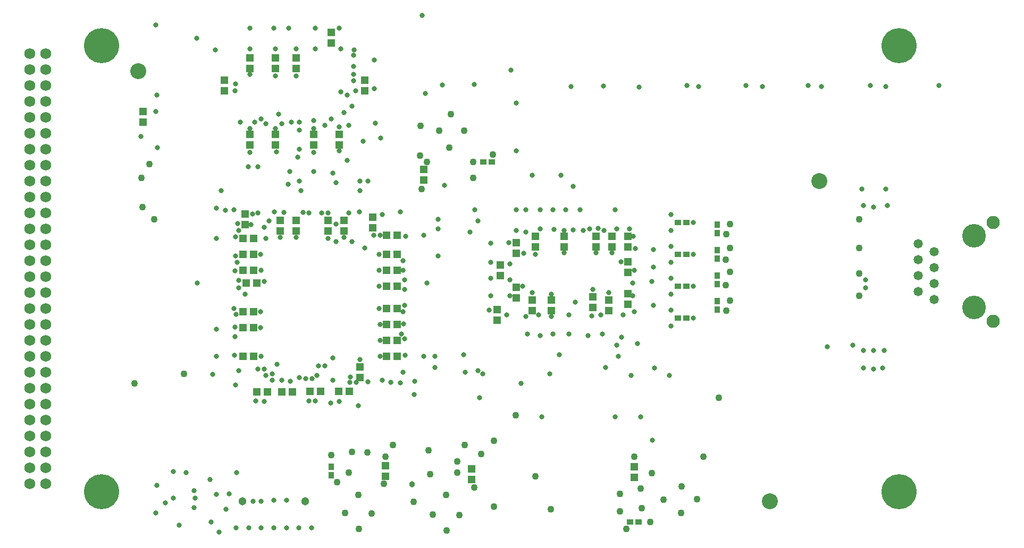
<source format=gbs>
%FSLAX24Y24*%
%MOIN*%
G70*
G01*
G75*
G04 Layer_Color=16711935*
G04 Layer_Color=16711935*
%ADD10R,0.0394X0.0433*%
%ADD11R,0.0433X0.0394*%
%ADD12R,0.1024X0.0945*%
%ADD13R,0.0945X0.1024*%
%ADD14C,0.0400*%
%ADD15R,0.0728X0.0118*%
%ADD16R,0.0709X0.0157*%
%ADD17R,0.0827X0.1614*%
%ADD18R,0.0787X0.0551*%
%ADD19O,0.0700X0.0300*%
%ADD20R,0.0700X0.0300*%
%ADD21R,0.0122X0.0709*%
%ADD22R,0.0709X0.0122*%
%ADD23O,0.0122X0.0709*%
%ADD24R,0.0157X0.0709*%
%ADD25R,0.0709X0.0157*%
%ADD26R,0.0118X0.0728*%
%ADD27R,0.0728X0.0118*%
%ADD28R,0.0630X0.0512*%
%ADD29R,0.0630X0.0709*%
%ADD30R,0.0709X0.0630*%
%ADD31R,0.1000X0.1400*%
%ADD32R,0.0300X0.0600*%
%ADD33R,0.1400X0.1000*%
%ADD34R,0.0600X0.0300*%
%ADD35R,0.0276X0.0354*%
%ADD36R,0.0354X0.0276*%
%ADD37R,0.0394X0.1083*%
%ADD38C,0.0100*%
%ADD39C,0.0200*%
%ADD40C,0.0080*%
%ADD41C,0.0160*%
%ADD42C,0.0120*%
%ADD43C,0.0600*%
%ADD44C,0.1400*%
%ADD45C,0.0750*%
%ADD46C,0.0500*%
%ADD47C,0.1600*%
%ADD48C,0.0433*%
%ADD49C,0.0350*%
%ADD50C,0.0250*%
%ADD51C,0.0300*%
%ADD52C,0.0098*%
%ADD53C,0.0079*%
%ADD54C,0.0070*%
%ADD55C,0.0140*%
%ADD56R,0.0200X0.0700*%
%ADD57R,0.0200X0.0200*%
%ADD58R,0.0500X0.0200*%
%ADD59R,0.0200X0.1000*%
%ADD60R,0.0200X0.0500*%
%ADD61R,0.1575X0.0098*%
%ADD62R,0.0474X0.0513*%
%ADD63R,0.0513X0.0474*%
%ADD64R,0.1104X0.1025*%
%ADD65R,0.1025X0.1104*%
%ADD66C,0.1000*%
%ADD67R,0.0808X0.0198*%
%ADD68R,0.0789X0.0237*%
%ADD69R,0.0907X0.1694*%
%ADD70R,0.0867X0.0631*%
%ADD71O,0.0780X0.0380*%
%ADD72R,0.0780X0.0380*%
%ADD73R,0.0202X0.0789*%
%ADD74R,0.0789X0.0202*%
%ADD75O,0.0202X0.0789*%
%ADD76R,0.0237X0.0789*%
%ADD77R,0.0789X0.0237*%
%ADD78R,0.0198X0.0808*%
%ADD79R,0.0808X0.0198*%
%ADD80R,0.0710X0.0592*%
%ADD81R,0.0710X0.0789*%
%ADD82R,0.0789X0.0710*%
%ADD83R,0.1080X0.1480*%
%ADD84R,0.0380X0.0680*%
%ADD85R,0.1480X0.1080*%
%ADD86R,0.0680X0.0380*%
%ADD87R,0.0356X0.0434*%
%ADD88R,0.0434X0.0356*%
%ADD89R,0.0474X0.1163*%
%ADD90C,0.0680*%
%ADD91C,0.1480*%
%ADD92C,0.0830*%
%ADD93C,0.0580*%
%ADD94C,0.2200*%
%ADD95C,0.0513*%
%ADD96C,0.0430*%
%ADD97C,0.0330*%
%ADD98C,0.0380*%
D62*
X49000Y49135D02*
D03*
Y48465D02*
D03*
X51200Y44865D02*
D03*
Y45535D02*
D03*
X53800Y45065D02*
D03*
Y45735D02*
D03*
X55000Y49535D02*
D03*
Y48865D02*
D03*
X49000Y45665D02*
D03*
Y46335D02*
D03*
X54000Y49535D02*
D03*
Y48865D02*
D03*
X50200Y49535D02*
D03*
Y48865D02*
D03*
X48000Y47735D02*
D03*
Y47065D02*
D03*
X47800Y44935D02*
D03*
Y44265D02*
D03*
X50000Y44865D02*
D03*
Y45535D02*
D03*
X52000Y49535D02*
D03*
Y48865D02*
D03*
X54800Y44865D02*
D03*
Y45535D02*
D03*
X56000Y45265D02*
D03*
Y45935D02*
D03*
Y47265D02*
D03*
Y47935D02*
D03*
Y48865D02*
D03*
Y49535D02*
D03*
X34200Y49865D02*
D03*
Y50535D02*
D03*
X38200Y49865D02*
D03*
Y50535D02*
D03*
X39200Y41335D02*
D03*
Y40665D02*
D03*
X35200Y49865D02*
D03*
Y50535D02*
D03*
X37200Y49865D02*
D03*
Y50535D02*
D03*
X32000Y50265D02*
D03*
Y50935D02*
D03*
X40000Y50065D02*
D03*
Y50735D02*
D03*
X43200Y53065D02*
D03*
Y53735D02*
D03*
X40800Y35135D02*
D03*
Y34465D02*
D03*
X32300Y60065D02*
D03*
Y60735D02*
D03*
X33900Y60065D02*
D03*
Y60735D02*
D03*
X35200Y60065D02*
D03*
Y60735D02*
D03*
X37400Y62335D02*
D03*
Y61665D02*
D03*
X30700Y59335D02*
D03*
Y58665D02*
D03*
X39500Y59335D02*
D03*
Y58665D02*
D03*
X32300Y55935D02*
D03*
Y55265D02*
D03*
X33900Y55935D02*
D03*
Y55265D02*
D03*
X36300Y55935D02*
D03*
Y55265D02*
D03*
X37900Y55265D02*
D03*
Y55935D02*
D03*
X56400Y34383D02*
D03*
Y35052D02*
D03*
X46200Y34935D02*
D03*
Y34265D02*
D03*
X25600Y57352D02*
D03*
Y56683D02*
D03*
D63*
X32535Y48400D02*
D03*
X31865D02*
D03*
X40865D02*
D03*
X41535D02*
D03*
X40865Y44000D02*
D03*
X41535D02*
D03*
X40865Y47400D02*
D03*
X41535D02*
D03*
X32535Y49400D02*
D03*
X31865D02*
D03*
X32735Y46600D02*
D03*
X32065D02*
D03*
X32535Y44800D02*
D03*
X31865D02*
D03*
X36735Y39800D02*
D03*
X36065D02*
D03*
X38535D02*
D03*
X37865D02*
D03*
X40865Y42000D02*
D03*
X41535D02*
D03*
X40865Y43000D02*
D03*
X41535D02*
D03*
X32535Y47400D02*
D03*
X31865D02*
D03*
X32535Y43800D02*
D03*
X31865D02*
D03*
X40865Y49600D02*
D03*
X41535D02*
D03*
X33393Y39765D02*
D03*
X32724D02*
D03*
X40865Y46400D02*
D03*
X41535D02*
D03*
X34298Y39765D02*
D03*
X34968D02*
D03*
X41535Y45000D02*
D03*
X40865D02*
D03*
X31865Y42000D02*
D03*
X32535D02*
D03*
D66*
X64900Y32900D02*
D03*
X25300Y59900D02*
D03*
X68000Y53000D02*
D03*
D87*
X61600Y50256D02*
D03*
Y49744D02*
D03*
Y48656D02*
D03*
Y48144D02*
D03*
Y47056D02*
D03*
Y46544D02*
D03*
Y45456D02*
D03*
Y44944D02*
D03*
X37400Y34544D02*
D03*
Y35056D02*
D03*
D88*
X59656Y50400D02*
D03*
X59144D02*
D03*
X59656Y44400D02*
D03*
X59144D02*
D03*
X59656Y46400D02*
D03*
X59144D02*
D03*
X59656Y48400D02*
D03*
X59144D02*
D03*
X46944Y54200D02*
D03*
X47456D02*
D03*
X56656Y31600D02*
D03*
X56144D02*
D03*
D90*
X19500Y34000D02*
D03*
X18500Y35000D02*
D03*
Y36000D02*
D03*
Y37000D02*
D03*
Y38000D02*
D03*
Y39000D02*
D03*
Y40000D02*
D03*
Y41000D02*
D03*
Y42000D02*
D03*
Y43000D02*
D03*
Y44000D02*
D03*
Y45000D02*
D03*
Y46000D02*
D03*
Y47000D02*
D03*
Y48000D02*
D03*
Y49000D02*
D03*
Y50000D02*
D03*
Y51000D02*
D03*
Y52000D02*
D03*
Y53000D02*
D03*
Y54000D02*
D03*
Y55000D02*
D03*
Y56000D02*
D03*
Y57000D02*
D03*
Y58000D02*
D03*
Y59000D02*
D03*
Y60000D02*
D03*
Y34000D02*
D03*
X19500Y35000D02*
D03*
Y36000D02*
D03*
Y37000D02*
D03*
Y38000D02*
D03*
Y39000D02*
D03*
Y40000D02*
D03*
Y41000D02*
D03*
Y42000D02*
D03*
Y43000D02*
D03*
Y44000D02*
D03*
Y45000D02*
D03*
Y46000D02*
D03*
Y47000D02*
D03*
Y48000D02*
D03*
Y49000D02*
D03*
Y50000D02*
D03*
Y51000D02*
D03*
Y52000D02*
D03*
Y53000D02*
D03*
Y54000D02*
D03*
Y55000D02*
D03*
Y56000D02*
D03*
Y57000D02*
D03*
Y58000D02*
D03*
Y59000D02*
D03*
Y60000D02*
D03*
X18500Y61000D02*
D03*
X19500D02*
D03*
D91*
X77700Y49550D02*
D03*
Y45050D02*
D03*
D92*
X78900Y44210D02*
D03*
Y50390D02*
D03*
D93*
X75200Y45550D02*
D03*
X74200Y46050D02*
D03*
X75200Y46550D02*
D03*
X74200Y47050D02*
D03*
X75200Y47550D02*
D03*
X74200Y48050D02*
D03*
X75200Y48550D02*
D03*
X74200Y49050D02*
D03*
D94*
X73000Y61500D02*
D03*
Y33500D02*
D03*
X23000Y61500D02*
D03*
Y33500D02*
D03*
D95*
X35768Y32900D02*
D03*
X31832D02*
D03*
D96*
X28150Y40900D02*
D03*
X25050Y40300D02*
D03*
X26300Y50600D02*
D03*
X25550Y51350D02*
D03*
X25500Y53200D02*
D03*
X26000Y54050D02*
D03*
X70500Y48800D02*
D03*
Y47200D02*
D03*
Y45800D02*
D03*
Y50600D02*
D03*
X62400Y45500D02*
D03*
Y47300D02*
D03*
Y48800D02*
D03*
Y50300D02*
D03*
X62165Y49665D02*
D03*
X62135Y48065D02*
D03*
Y46465D02*
D03*
X62165Y44865D02*
D03*
X43400Y54200D02*
D03*
X43050Y52500D02*
D03*
X46300Y53200D02*
D03*
Y54200D02*
D03*
X47535Y54665D02*
D03*
X45732Y56168D02*
D03*
X44169D02*
D03*
X44800Y55100D02*
D03*
X44900Y57200D02*
D03*
X39100Y33300D02*
D03*
X40700Y34000D02*
D03*
X40800Y35700D02*
D03*
X39651Y35951D02*
D03*
X38500Y34700D02*
D03*
X37765Y34100D02*
D03*
X37400Y35800D02*
D03*
X38700Y36000D02*
D03*
X43600Y34600D02*
D03*
X44600Y33300D02*
D03*
X45300Y34700D02*
D03*
Y35400D02*
D03*
X43500Y36100D02*
D03*
X55511Y33351D02*
D03*
X56800Y33700D02*
D03*
X57500Y34660D02*
D03*
X56400Y35700D02*
D03*
X58240Y33000D02*
D03*
X56880Y32480D02*
D03*
X55489Y32249D02*
D03*
X55900Y31160D02*
D03*
X57400Y31600D02*
D03*
X39931Y32132D02*
D03*
X39132Y31168D02*
D03*
X38268Y32169D02*
D03*
X43769Y32069D02*
D03*
X44632Y31068D02*
D03*
X45431Y32032D02*
D03*
X59331Y32169D02*
D03*
X60332Y33031D02*
D03*
X59369Y33832D02*
D03*
X41260Y36440D02*
D03*
X42550Y32850D02*
D03*
X45773Y36423D02*
D03*
X47600Y36700D02*
D03*
X46810Y35860D02*
D03*
X47600Y32550D02*
D03*
X46350Y33750D02*
D03*
X51150Y32400D02*
D03*
X60741Y35709D02*
D03*
X61700Y39400D02*
D03*
X42950Y54600D02*
D03*
X43000Y56450D02*
D03*
X50200Y34450D02*
D03*
X48951Y38299D02*
D03*
D97*
X44494Y52744D02*
D03*
X54800Y46000D02*
D03*
X33500Y50500D02*
D03*
X44100Y48300D02*
D03*
X29000Y46600D02*
D03*
X33300Y49400D02*
D03*
X38800Y60900D02*
D03*
Y60200D02*
D03*
X30500Y52400D02*
D03*
X31400Y49500D02*
D03*
X33200Y50100D02*
D03*
X40175Y56625D02*
D03*
X40500Y55700D02*
D03*
X30200Y51300D02*
D03*
X38831Y61231D02*
D03*
X46600Y50500D02*
D03*
Y41100D02*
D03*
X42600Y39600D02*
D03*
X39100Y38900D02*
D03*
X49000Y54900D02*
D03*
X52700Y45400D02*
D03*
X49300Y40300D02*
D03*
X51700Y42100D02*
D03*
X51100Y40900D02*
D03*
X40600Y40500D02*
D03*
X70900Y46300D02*
D03*
X60100Y50400D02*
D03*
Y48400D02*
D03*
Y46400D02*
D03*
Y44400D02*
D03*
X58700Y50900D02*
D03*
Y49900D02*
D03*
Y48900D02*
D03*
Y47900D02*
D03*
Y46900D02*
D03*
Y45900D02*
D03*
Y44900D02*
D03*
Y43900D02*
D03*
X49013Y51187D02*
D03*
X49000Y49900D02*
D03*
X49600Y49800D02*
D03*
X49604Y51196D02*
D03*
X48543Y49143D02*
D03*
X49465Y48465D02*
D03*
X48600Y47800D02*
D03*
X47400Y49100D02*
D03*
Y47900D02*
D03*
X48600Y46800D02*
D03*
X47400Y46900D02*
D03*
X49400Y46400D02*
D03*
X48600Y45800D02*
D03*
X47403Y45797D02*
D03*
X47300Y44900D02*
D03*
X48400Y44600D02*
D03*
X49700Y43400D02*
D03*
X49604Y44496D02*
D03*
X50400Y44600D02*
D03*
X50000Y46000D02*
D03*
X51200Y44500D02*
D03*
X51300Y43400D02*
D03*
X51200Y45900D02*
D03*
X52300Y44600D02*
D03*
Y43400D02*
D03*
X53500Y43300D02*
D03*
X53738Y44538D02*
D03*
X53800Y46200D02*
D03*
X54300Y44600D02*
D03*
X54400Y43400D02*
D03*
X55706Y44594D02*
D03*
X56387Y44813D02*
D03*
X56300Y45800D02*
D03*
X57600Y45200D02*
D03*
X56300Y46600D02*
D03*
X57500Y46700D02*
D03*
X57600Y47600D02*
D03*
X56400Y47400D02*
D03*
X55565Y47935D02*
D03*
X56450Y48750D02*
D03*
X57600Y48700D02*
D03*
X56335Y49535D02*
D03*
X56100Y50000D02*
D03*
X55300D02*
D03*
X55000Y48500D02*
D03*
X54000D02*
D03*
X55200Y51200D02*
D03*
X54500Y49900D02*
D03*
X54131Y50031D02*
D03*
X53200Y49900D02*
D03*
X53000Y51200D02*
D03*
X52000Y49900D02*
D03*
X52100Y51200D02*
D03*
X52557Y49943D02*
D03*
X51376Y49976D02*
D03*
X51300Y51200D02*
D03*
X50500D02*
D03*
Y50000D02*
D03*
X52000Y48500D02*
D03*
X50200Y48400D02*
D03*
X34436Y51036D02*
D03*
X35617Y51017D02*
D03*
X37200Y51000D02*
D03*
X38500D02*
D03*
X40600Y50900D02*
D03*
X42061Y49539D02*
D03*
X41900Y48000D02*
D03*
Y47400D02*
D03*
X41983Y46783D02*
D03*
X41900Y44800D02*
D03*
X41927Y44027D02*
D03*
X41800Y43400D02*
D03*
X42042Y42058D02*
D03*
X41900Y41000D02*
D03*
X42635Y40435D02*
D03*
X41129Y40371D02*
D03*
X38964Y40364D02*
D03*
X31342Y42058D02*
D03*
X31370Y43830D02*
D03*
X31417Y44617D02*
D03*
X31373Y47373D02*
D03*
X32465Y50935D02*
D03*
X32365Y50265D02*
D03*
X34200Y49450D02*
D03*
X35200D02*
D03*
X37200Y49400D02*
D03*
X38200Y49450D02*
D03*
X40050Y49600D02*
D03*
X40450D02*
D03*
X40400Y48400D02*
D03*
Y47400D02*
D03*
Y46400D02*
D03*
Y45000D02*
D03*
X40450Y44000D02*
D03*
Y43000D02*
D03*
Y42000D02*
D03*
X39200Y41800D02*
D03*
X33000Y42000D02*
D03*
X32950Y43800D02*
D03*
Y44800D02*
D03*
X33200Y46700D02*
D03*
X33000Y47400D02*
D03*
X32950Y48400D02*
D03*
X41720Y51080D02*
D03*
X39161Y51061D02*
D03*
X36800Y51000D02*
D03*
X36011Y51011D02*
D03*
X33846Y51054D02*
D03*
X32800Y51000D02*
D03*
X30200Y49400D02*
D03*
X31500Y47900D02*
D03*
X31400Y48300D02*
D03*
X31311Y45011D02*
D03*
X30200Y43700D02*
D03*
Y42000D02*
D03*
X31361Y43239D02*
D03*
X31400Y40200D02*
D03*
X36405Y39205D02*
D03*
X43200Y42000D02*
D03*
X42000Y43100D02*
D03*
Y45200D02*
D03*
Y46200D02*
D03*
X43200Y49600D02*
D03*
X32300Y61300D02*
D03*
Y62600D02*
D03*
Y59700D02*
D03*
X33900Y61300D02*
D03*
X33800Y62600D02*
D03*
X35200Y61300D02*
D03*
X34716Y62584D02*
D03*
X36400Y62600D02*
D03*
Y61300D02*
D03*
X38000D02*
D03*
X37900Y62600D02*
D03*
X40100Y60600D02*
D03*
X38800Y59700D02*
D03*
Y59300D02*
D03*
X40100Y58800D02*
D03*
X38928Y58672D02*
D03*
X38700Y57700D02*
D03*
X37900Y54900D02*
D03*
Y56400D02*
D03*
X36300Y54800D02*
D03*
Y56300D02*
D03*
X35400Y56200D02*
D03*
Y55000D02*
D03*
X33948Y54848D02*
D03*
X33900Y56300D02*
D03*
X32300D02*
D03*
Y54800D02*
D03*
X31365Y58665D02*
D03*
X31400Y59100D02*
D03*
X30131Y61231D02*
D03*
X33900Y59600D02*
D03*
X35200D02*
D03*
X32200Y53900D02*
D03*
X31700Y56700D02*
D03*
X32800Y53900D02*
D03*
X34700Y52800D02*
D03*
X34800Y53600D02*
D03*
X33300Y56600D02*
D03*
X35400Y53000D02*
D03*
X35500Y52400D02*
D03*
X35300Y54500D02*
D03*
X34900Y56700D02*
D03*
X36300Y53600D02*
D03*
X37500Y53500D02*
D03*
X37700Y52900D02*
D03*
X37000Y56500D02*
D03*
X38400Y54300D02*
D03*
X39200Y52400D02*
D03*
X38500Y56500D02*
D03*
X38200Y57300D02*
D03*
X39200Y53000D02*
D03*
X39700D02*
D03*
X38000Y58600D02*
D03*
X39400Y55500D02*
D03*
X38400Y58400D02*
D03*
X32600Y56700D02*
D03*
X33000Y56900D02*
D03*
X34300Y56600D02*
D03*
X34100Y57200D02*
D03*
X35400Y56700D02*
D03*
X36300Y56800D02*
D03*
X37400Y56900D02*
D03*
X50500Y43300D02*
D03*
X36011Y39211D02*
D03*
X37500Y40500D02*
D03*
X39700Y40400D02*
D03*
X45700Y42100D02*
D03*
X43900Y42000D02*
D03*
Y41300D02*
D03*
X45800Y41000D02*
D03*
X46100Y49800D02*
D03*
X44100Y50000D02*
D03*
Y50600D02*
D03*
X46400Y51200D02*
D03*
X55200Y38200D02*
D03*
X50600D02*
D03*
X55400Y42000D02*
D03*
X55300Y42700D02*
D03*
X55600Y43200D02*
D03*
X56595Y42805D02*
D03*
X54600Y41300D02*
D03*
X57665Y41265D02*
D03*
X56200Y40800D02*
D03*
X56800Y38200D02*
D03*
X58600Y40800D02*
D03*
X57540Y36740D02*
D03*
X46365Y59065D02*
D03*
X44365Y59035D02*
D03*
X43300Y58500D02*
D03*
X53600Y50000D02*
D03*
X48665Y59965D02*
D03*
X70749Y51449D02*
D03*
X71400Y51350D02*
D03*
X72251Y51449D02*
D03*
X72149Y52501D02*
D03*
X70649D02*
D03*
X72051Y42351D02*
D03*
X70749D02*
D03*
X71400D02*
D03*
X71949Y41249D02*
D03*
X70749D02*
D03*
X71400Y41200D02*
D03*
X49000Y57900D02*
D03*
X70900Y46800D02*
D03*
X70100Y42700D02*
D03*
X68500Y42600D02*
D03*
X68135Y58935D02*
D03*
X46700Y39400D02*
D03*
X72165Y58935D02*
D03*
X46900Y40900D02*
D03*
X43400Y46600D02*
D03*
X43100Y63400D02*
D03*
X54474Y58974D02*
D03*
X59700Y59000D02*
D03*
X63400D02*
D03*
X67300D02*
D03*
X71200D02*
D03*
X75500D02*
D03*
X36995Y41383D02*
D03*
X36600Y41400D02*
D03*
X36500Y40800D02*
D03*
X36208Y40592D02*
D03*
X35814Y40586D02*
D03*
X35400Y40657D02*
D03*
X34000Y41500D02*
D03*
X34300Y40500D02*
D03*
X34830Y40430D02*
D03*
X37500Y41900D02*
D03*
X32650Y39200D02*
D03*
X33700Y40500D02*
D03*
X33300Y40800D02*
D03*
X29977Y40877D02*
D03*
X33700Y40900D02*
D03*
X31600Y49900D02*
D03*
X31526Y50326D02*
D03*
X31300Y51200D02*
D03*
X30765Y51165D02*
D03*
X31600Y41100D02*
D03*
X32800Y41200D02*
D03*
X33200D02*
D03*
X39500Y48800D02*
D03*
X64435Y58935D02*
D03*
X60435D02*
D03*
X38700Y49200D02*
D03*
X37700D02*
D03*
X56700Y58900D02*
D03*
X52435Y58935D02*
D03*
X37700Y50300D02*
D03*
X26500Y55100D02*
D03*
X32000Y45900D02*
D03*
X31600Y46300D02*
D03*
X38600Y40700D02*
D03*
X26400Y62800D02*
D03*
X26454Y58404D02*
D03*
X25450Y55800D02*
D03*
X41720Y40330D02*
D03*
X28950Y61950D02*
D03*
X33200Y39180D02*
D03*
X31600Y46750D02*
D03*
X37350Y39050D02*
D03*
X37900Y39150D02*
D03*
X38550Y40350D02*
D03*
X52550Y52650D02*
D03*
X50000Y53350D02*
D03*
X51800D02*
D03*
X26402Y57352D02*
D03*
X29850Y31600D02*
D03*
X34600Y32950D02*
D03*
X33800D02*
D03*
X33000Y32900D02*
D03*
X29800Y34250D02*
D03*
X32500Y32900D02*
D03*
X36162Y31238D02*
D03*
X35375D02*
D03*
X34587D02*
D03*
X33800D02*
D03*
X33013D02*
D03*
X32225D02*
D03*
X31438D02*
D03*
X28785Y33565D02*
D03*
X28300Y34700D02*
D03*
X28800Y32500D02*
D03*
X27000Y32800D02*
D03*
X26456Y33906D02*
D03*
X26400Y32150D02*
D03*
X27500Y33100D02*
D03*
Y34750D02*
D03*
X30200Y33335D02*
D03*
X30800Y32400D02*
D03*
X31000Y33350D02*
D03*
X28850Y33100D02*
D03*
X27850Y31400D02*
D03*
X30350Y30950D02*
D03*
X31450Y34700D02*
D03*
D98*
X42450Y33950D02*
D03*
M02*

</source>
